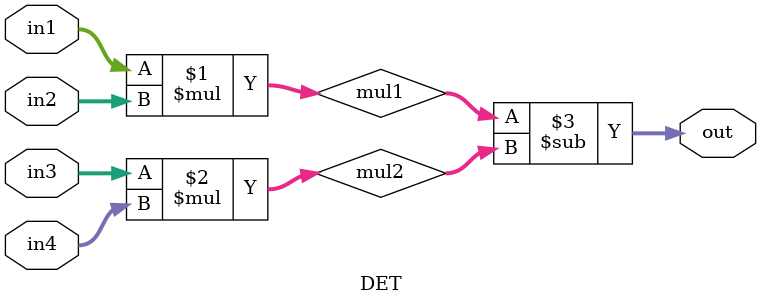
<source format=v>

`include "HAMMING_IP.v"      // remind to open
//synopsys translate_on

module MDC(
    // Input signals
    clk,
	rst_n,
	in_valid,
    in_data, 
	in_mode,
    // Output signals
    out_valid, 
	out_data
);

input clk, rst_n, in_valid;
input [8:0] in_mode;
input [14:0] in_data;

output reg out_valid;
output reg [206:0] out_data;
//==================================================================
// parameter & integer
//==================================================================
parameter s_IDLE          = 3'd0; 
parameter s_START         = 3'd1; 
parameter s_OUT           = 3'd2; 
parameter s_FOUR_STEP1    = 3'd3; 
parameter s_FOUR_STEP2    = 3'd4; 
parameter s_FOUR_STEP3    = 3'd5; 
parameter s_FOUR_STEP4    = 3'd6; 

//==================================================================
// reg & wire
//==================================================================
reg  [2:0] c_s,n_s;

// input store
wire signed[10:0]data_decode;
reg  signed[10:0]data_reg;
wire [4:0] mode_decode;
reg  [4:0] mode;
// counter
reg  [4:0] in_cnt;                              // 0~16
reg  [4:0] in_cnt_delay;                        // 0~16
reg  [3:0] cnt_2_2;                             // 0~8
reg  [1:0] cnt_3_3;                             // 0~3
reg  [1:0] spec_cnt;                            // 0~3
// store result
reg  signed [10:0] in_map      [15:0];          // store input data
reg  signed [22:0] result2_2   [8:0];           // 11*11 an minus => 23-bit for 2*2 result
reg  signed [22:0] special     [3:0];           // for column single space determinant 
reg  signed [34:0] result3_3   [3:0];           // 23*11=34-bit, 34+34+23=35-bit for 3*3 result
wire signed [47:0] result_4_4_reg;              // 48-bit                 
reg  signed [47:0] result_4_4;                  // 48-bit  
// 2*2
wire signed [10:0] in_1, in_2, in_3, in_4;
wire signed [22:0] det1, det2;
// 3*3
reg  signed [10:0] mult1_1, mult2_1, mult3_1;
reg  signed [22:0] mult1_2, mult2_2, mult3_2;
wire signed [33:0] mult1, mult2, mult3;         // 23*11 => 34-bit
wire signed [34:0] subt;                        // 35-bit
wire signed [34:0] add_result;                  // 35-bit
// 4*4
wire signed [45:0] mult_4_4;                    // 35*11 => 46-bit
reg [1:0] idx_4_1, idx_4_2; 
// valid signal
wire result2_2_valid;
wire result3_3_valid;
wire special_valid;
// get direct index
reg [3:0] idx_2_2;
reg [1:0] idx_spec;
// mode
wire mode_2_2, mode_3_3, mode_4_4;

//=================================================================================================
//                                         Call Soft_IP
//=================================================================================================
HAMMING_IP #(11) decode1 (.IN_code(in_data), .OUT_code(data_decode));
HAMMING_IP #(5)  decode2 (.IN_code(in_mode), .OUT_code(mode_decode));
// assign data_decode = in_data;
//=================================================================================================
//                                              FSM
//=================================================================================================
always @(*)
begin
    case(c_s)
        s_IDLE:                                                      //state 0
            n_s = in_valid ? s_START : s_IDLE;
        s_START:                                                     //state 1
            n_s = (in_cnt_delay[4]) ? (mode_4_4 ? s_FOUR_STEP1 : s_OUT) : s_START; 
        s_OUT:                                                       //state 2
            n_s = s_IDLE;
        s_FOUR_STEP1:                                                //state 3
            n_s = s_FOUR_STEP2;
        s_FOUR_STEP2:
            n_s = s_FOUR_STEP3;
        s_FOUR_STEP3:
            n_s = s_FOUR_STEP4;
        s_FOUR_STEP4:
            n_s = s_OUT;
        default:
            n_s = s_IDLE;
    endcase
end
always @(posedge clk or negedge rst_n)
begin
    if(!rst_n)
        c_s <= s_IDLE;
    else
        c_s <= n_s;
end

//=================================================================================================
//                                          Counter
//=================================================================================================
// in_cnt
always @(posedge clk or negedge rst_n) begin
    if(!rst_n)
        in_cnt <= 0;
    else if(in_valid)
        in_cnt <= in_cnt + 1;
    else 
        in_cnt <= 0;
end
always @(posedge clk or negedge rst_n) begin
    if(!rst_n)
        in_cnt_delay <= 0; 
    else
        in_cnt_delay <= in_cnt; 
end
// cnt_2_2
assign result2_2_valid = (in_cnt_delay == 5 || in_cnt_delay == 6 || in_cnt_delay == 7 || in_cnt_delay == 9 || in_cnt_delay == 10 || in_cnt_delay == 11 ||
                          in_cnt_delay == 13 || in_cnt_delay == 14 || in_cnt_delay == 15) ? 1 : 0;
always @(posedge clk or negedge rst_n) begin
    if(!rst_n)
        cnt_2_2 <= 0;
    else if(result2_2_valid)
        cnt_2_2 <= cnt_2_2 + 1;
    else if(n_s == s_IDLE)
        cnt_2_2 <= 0;
end
// spec_cnt
assign special_valid   = (in_cnt_delay == 10 || in_cnt_delay == 11 || in_cnt_delay == 14 || in_cnt_delay == 15) ? 1 : 0;
always @(posedge clk or negedge rst_n) begin
    if(!rst_n)  
        spec_cnt <= 0;
    else if(special_valid)
        spec_cnt <= spec_cnt + 1;
end
// cnt_3_3
assign result3_3_valid = (in_cnt_delay == 11 || in_cnt_delay == 12 || in_cnt_delay == 15 || in_cnt_delay == 16) ? 1 : 0;  
always @(posedge clk or negedge rst_n) begin
    if(!rst_n)
        cnt_3_3 <= 0;
    else if(result3_3_valid)
        cnt_3_3 <= cnt_3_3 + 1;
end

//=================================================================================================
//                                        Input store
//=================================================================================================
always @(posedge clk) begin
    data_reg <= data_decode; 
end
always @(posedge clk) begin
    if(in_valid && in_cnt == 0)
        mode <= mode_decode;
end
//=================================================================================================
//                                  Computation register storage
//=================================================================================================
// for input store
always @(posedge clk) begin
    if(n_s == s_START) 
        in_map[in_cnt_delay] <= data_reg;
end
// for 2*2 result
always @(posedge clk) begin 
    result2_2[cnt_2_2] <= det1;
end
// for special reg
always @(posedge clk) begin
    if(n_s == s_START || n_s == s_FOUR_STEP1)
        special[spec_cnt] <= det2; 
end
// for 3*3 result
always @(posedge clk) begin
    if(result3_3_valid)
        result3_3[cnt_3_3] <= add_result;
    else if(n_s == s_FOUR_STEP2)
        result3_3[0] <= add_result;
    else if(n_s == s_FOUR_STEP3)
        result3_3[1] <= add_result;
end
// for 4*4 result
always @(posedge clk or negedge rst_n) begin
    if(!rst_n)
        result_4_4 <= 0;
    else if(idx_4_2 == 3 || idx_4_2 == 2 || idx_4_1 == 1) 
        result_4_4 <= result_4_4_reg;
    else if(n_s == s_IDLE)
        result_4_4 <= 0;
end

//=================================================================================================
//                                     Combination circuit
//=================================================================================================
// mode selection
assign mode_2_2 = (mode == 5'b00100) ? 1 : 0;
assign mode_3_3 = (mode == 5'b00110) ? 1 : 0;
assign mode_4_4 = (mode == 5'b10110) ? 1 : 0;
// assign mode_2_2 = 0;
// assign mode_3_3 = 0;
// assign mode_4_4 = 1;

// ===============  hardware sharing for 2*2 determinant ===================

assign in_1 = (n_s == s_FOUR_STEP1) ? in_map[8]  : data_reg;
assign in_2 = (n_s == s_FOUR_STEP1) ? in_map[15] : in_map[in_cnt_delay-6];
assign in_3 = (n_s == s_FOUR_STEP1) ? in_map[11] : in_map[in_cnt_delay-4];
assign in_4 = (n_s == s_FOUR_STEP1) ? in_map[12] : in_map[in_cnt_delay-2];

// ======== 2*2 stage calculation =========
DET deter1 (.in1(data_reg), .in2(in_map[in_cnt_delay-5]), .in3(in_map[in_cnt_delay-4]), .in4(in_map[in_cnt_delay-1]), 
            .out(det1));

DET deter2 (.in1(in_1), .in2(in_2), .in3(in_3), .in4(in_4), 
            .out(det2));

// ===============  hardware sharing for 3*3 determinant ===================
// get result2_2 index
always @(*) begin
    case(in_cnt_delay)
    11: idx_2_2 = 4;
    12: idx_2_2 = 5;
    15: idx_2_2 = 7;
    16: idx_2_2 = 8;
    default: idx_2_2 = 0;
    endcase
end
// get special index
always @(*) begin
    case(in_cnt_delay)
    11: idx_spec = 0;
    12: idx_spec = 1;
    15: idx_spec = 2;
    16: idx_spec = 3;
    default: idx_spec = 0;
    endcase
end

// mult1_1, mult2_1, mult3_1
always @(*) begin
    if(n_s == s_FOUR_STEP2 || n_s == s_FOUR_STEP3) 
        mult1_1 = in_map[4];
    else
        mult1_1 = in_map[in_cnt_delay-11];
end
always @(*) begin
    if(n_s == s_FOUR_STEP2)
        mult3_1 = in_map[6];
    else if(n_s == s_FOUR_STEP3)
        mult3_1 = in_map[5];
    else
        mult3_1 = in_map[in_cnt_delay-10];
end
always @(*) begin
    if(n_s == s_FOUR_STEP2 || n_s == s_FOUR_STEP3)
        mult2_1 = in_map[7];
    else
        mult2_1 = in_map[in_cnt_delay-9];
end
// mult1_2, mult2_2, mult3_2
always @(*) begin
    if(n_s == s_FOUR_STEP2)
        mult1_2 = result2_2[8];
    else if(n_s == s_FOUR_STEP3)
        mult1_2 = special[3];
    else
        mult1_2 = result2_2[idx_2_2];
end
always @(*) begin
    if(n_s == s_FOUR_STEP2 || n_s == s_FOUR_STEP3)
        mult3_2 = special[0];
    else
        mult3_2 = special[idx_spec];
end
always @(*) begin
    if(n_s == s_FOUR_STEP2)
        mult2_2 = special[2];
    else if(n_s == s_FOUR_STEP3)
        mult2_2 = result2_2[6];
    else
        mult2_2 = result2_2[idx_2_2-1];
end

// ======== 3*3 stage calculation =========
// ex: in_map[0] * result2_2[4]
assign mult1 = mult1_1 * mult1_2;           //in_cnt = 11,12,15,16
// ex: in_map[2] * result2_2[3]
assign mult2 = mult2_1 * mult2_2;           //in_cnt = 11,12,15,16
// ex: in_map[1] * special[0]
assign mult3 = mult3_1 * mult3_2;           //in_cnt = 11,12,15,16
assign subt  = mult1 - mult3;
assign add_result = subt + mult2;

// ======== 4*4 stage calculation =========
// get index to add from STEP2 => 4*4mode latency from 8->6
always @(*) begin
    if(n_s == s_FOUR_STEP2)
        idx_4_1 = 0;
    else if(n_s == s_FOUR_STEP3)
        idx_4_1 = 3;
    else if(c_s == s_FOUR_STEP4)
        idx_4_1 = 2;
    else if(n_s == s_FOUR_STEP4)
        idx_4_1 = 1;
    else
        idx_4_1 = 0;
end
always @(*) begin
    if(n_s == s_FOUR_STEP2)
        idx_4_2 = 3;
    else if(n_s == s_FOUR_STEP3)
        idx_4_2 = 2;
    else if(c_s == s_FOUR_STEP4)
        idx_4_2 = 1;
    else if(n_s == s_FOUR_STEP4)
        idx_4_2 = 0;
    else
        idx_4_2 = 0;
end 

// assign mult_4_4 = in_map[in_cnt] * result3_3[cnt_4_4];
// assign result_4_4_reg = (in_cnt == 0 || in_cnt == 2) ? result_4_4 + mult_4_4 : result_4_4 - mult_4_4; 
assign mult_4_4 = in_map[idx_4_1] * result3_3[idx_4_2];
assign result_4_4_reg = (idx_4_1 == 0 || idx_4_1 == 2) ? result_4_4 + mult_4_4 : result_4_4 - mult_4_4; 


//=================================================================================================
//                                            Output
//=================================================================================================
always @(posedge clk or negedge rst_n) begin
    if(!rst_n)
        out_valid <= 0;
    else if(n_s == s_OUT && mode_2_2)
        out_valid <= 1;
    else if(c_s == s_OUT && mode_3_3)
        out_valid <= 1;
    else if(n_s == s_OUT && mode_4_4) 
        out_valid <= 1;
    else    
        out_valid <= 0;
end

always @(posedge clk or negedge rst_n) begin
    if(!rst_n)
        out_data <= 0;
    else if(n_s == s_OUT && mode_2_2)
        out_data <= {result2_2[0], result2_2[1], result2_2[2], result2_2[3], result2_2[4], result2_2[5], result2_2[6], result2_2[7], result2_2[8]};
    else if(c_s == s_OUT && mode_3_3)
        out_data <= {3'b0, {{16{result3_3[0][34]}},result3_3[0]},  {{16{result3_3[1][34]}},result3_3[1]}, {{16{result3_3[2][34]}},result3_3[2]}, {{16{result3_3[3][34]}},result3_3[3]}};
    else if(n_s == s_OUT && mode_4_4)
        out_data <= {{159{result_4_4_reg[47]}},result_4_4_reg};
    else
        out_data <= 0;
end
endmodule

//=================================================================================================
//                                   2*2 Determinant module
//=================================================================================================
module DET (in1, in2, in3, in4, out);
input  signed   [10:0] in1, in2, in3, in4;
output signed   [22:0] out;
wire signed     [21:0] mul1, mul2;

assign mul1 = in1 * in2;
assign mul2 = in3 * in4; 
assign out  = mul1 - mul2;
endmodule 
</source>
